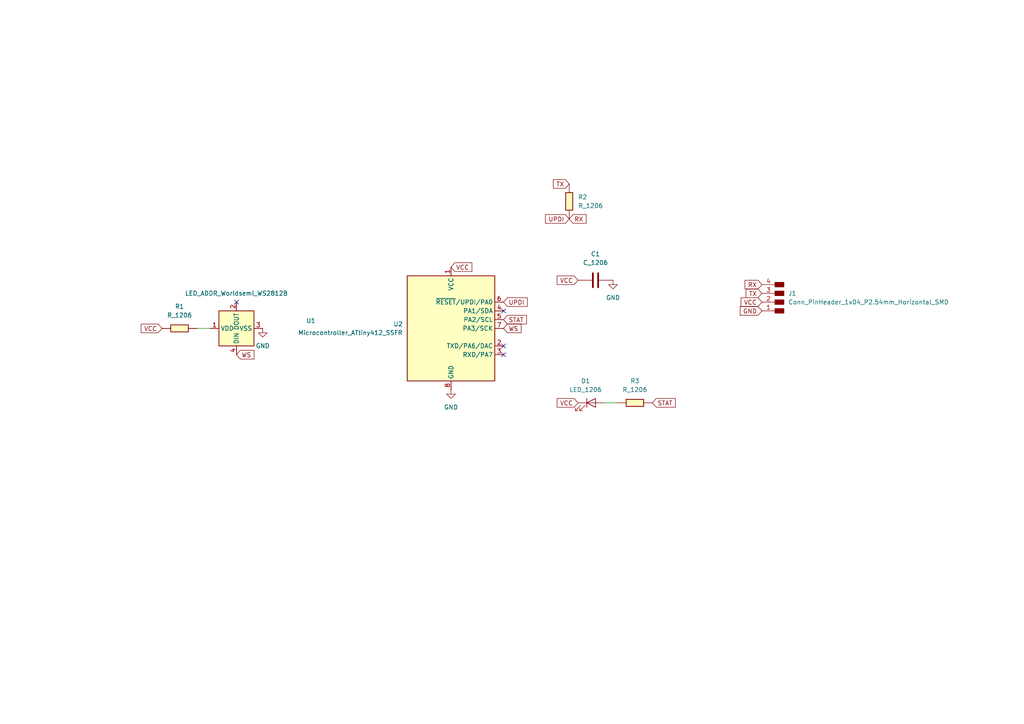
<source format=kicad_sch>
(kicad_sch (version 20231120) (generator "eeschema") (generator_version "8.0")
  (paper "A4")
  (lib_symbols
    (symbol "fab:C_1206" (pin_numbers hide)
      (property "Reference" "C" (at 0.635 2.54 0))
      (property "Value" "C_1206" (at 0.635 -2.54 0))
      (symbol "C_1206_0_1"
        (polyline (pts (xy -2.032 -0.762) (xy 2.032 -0.762)) (stroke (width 0.508)))
        (polyline (pts (xy -2.032 0.762) (xy 2.032 0.762)) (stroke (width 0.508)))
        (polyline (pts (xy 0 -0.635) (xy 0 -2.54)))
        (polyline (pts (xy 0 0.635) (xy 0 2.54)))
      )
      (symbol "C_1206_1_1"
        (pin passive line (at 0 5.08 270) (length 2.54) (name "~") (number "1"))
        (pin passive line (at 0 -5.08 90) (length 2.54) (name "~") (number "2"))
      )
    )
    (symbol "fab:Conn_PinHeader_1x04_P2.54mm_Horizontal_SMD" (pin_names hide)
      (property "Reference" "J" (at 0 5.08 0))
      (property "Value" "Conn_PinHeader_1x04_P2.54mm_Horizontal_SMD" (at 0 -7.62 0))
      (symbol "Conn_PinHeader_1x04_P2.54mm_Horizontal_SMD_1_1"
        (rectangle (start -1.27 -4.445) (end 1.27 -5.715) (stroke (width 0.254)) (fill (type outline)))
        (rectangle (start -1.27 -1.905) (end 1.27 -3.175) (stroke (width 0.254)) (fill (type outline)))
        (rectangle (start -1.27 0.635) (end 1.27 -0.635) (stroke (width 0.254)) (fill (type outline)))
        (rectangle (start -1.27 3.175) (end 1.27 1.905) (stroke (width 0.254)) (fill (type outline)))
        (pin passive line (at 5.08 2.54 180) (length 3.81) (name "Pin_1") (number "1"))
        (pin passive line (at 5.08 0 180) (length 3.81) (name "Pin_2") (number "2"))
        (pin passive line (at 5.08 -2.54 180) (length 3.81) (name "Pin_3") (number "3"))
        (pin passive line (at 5.08 -5.08 180) (length 3.81) (name "Pin_4") (number "4"))
      )
    )
    (symbol "fab:LED_1206" (pin_numbers hide) (pin_names (offset 1.016) hide)
      (property "Reference" "D" (at 0 2.54 0))
      (property "Value" "LED_1206" (at 0 -2.54 0))
      (symbol "LED_1206_0_1"
        (polyline (pts (xy -1.27 -1.27) (xy -1.27 1.27)) (stroke (width 0.2032)))
        (polyline (pts (xy -1.27 0) (xy 1.27 0)))
        (polyline (pts (xy 1.27 -1.27) (xy 1.27 1.27) (xy -1.27 0) (xy 1.27 -1.27)) (stroke (width 0.2032)))
        (polyline (pts (xy -3.048 -0.762) (xy -4.572 -2.286) (xy -3.81 -2.286) (xy -4.572 -2.286) (xy -4.572 -1.524)))
        (polyline (pts (xy -1.778 -0.762) (xy -3.302 -2.286) (xy -2.54 -2.286) (xy -3.302 -2.286) (xy -3.302 -1.524)))
      )
      (symbol "LED_1206_1_1"
        (pin passive line (at -3.81 0 0) (length 2.54) (name "K") (number "1"))
        (pin passive line (at 3.81 0 180) (length 2.54) (name "A") (number "2"))
      )
    )
    (symbol "fab:LED_ADDR_Worldsemi_WS2812B"
      (property "Reference" "U" (at -5.08 5.715 0))
      (property "Value" "LED_ADDR_Worldsemi_WS2812B" (at 0.635 5.715 0))
      (symbol "LED_ADDR_Worldsemi_WS2812B_0_1"
        (rectangle (start -5.08 5.08) (end 5.08 -5.08) (stroke (width 0.254)) (fill (type background)))
      )
      (symbol "LED_ADDR_Worldsemi_WS2812B_1_1"
        (pin power_in line (at 0 7.62 270) (length 2.54) (name "VDD") (number "1"))
        (pin output line (at 7.62 0 180) (length 2.54) (name "DOUT") (number "2"))
        (pin power_in line (at 0 -7.62 90) (length 2.54) (name "VSS") (number "3"))
        (pin input line (at -7.62 0 0) (length 2.54) (name "DIN") (number "4"))
      )
    )
    (symbol "fab:Microcontroller_ATtiny412_SSFR"
      (property "Reference" "U" (at -12.7 17.78 0))
      (property "Value" "Microcontroller_ATtiny412_SSFR" (at 2.54 17.78 0))
      (symbol "Microcontroller_ATtiny412_SSFR_0_1"
        (rectangle (start -12.7 -15.24) (end 12.7 15.24) (stroke (width 0.254)) (fill (type background)))
      )
      (symbol "Microcontroller_ATtiny412_SSFR_1_1"
        (pin power_in line (at 0 17.78 270) (length 2.54) (name "VCC") (number "1"))
        (pin bidirectional line (at 15.24 -5.08 180) (length 2.54) (name "TXD/PA6/DAC") (number "2"))
        (pin bidirectional line (at 15.24 -7.62 180) (length 2.54) (name "RXD/PA7") (number "3"))
        (pin bidirectional line (at 15.24 5.08 180) (length 2.54) (name "PA1/SDA") (number "4"))
        (pin bidirectional line (at 15.24 2.54 180) (length 2.54) (name "PA2/SCL") (number "5"))
        (pin bidirectional line (at 15.24 7.62 180) (length 2.54) (name "~{RESET}/UPDI/PA0") (number "6"))
        (pin bidirectional line (at 15.24 0 180) (length 2.54) (name "PA3/SCK") (number "7"))
        (pin power_in line (at 0 -17.78 90) (length 2.54) (name "GND") (number "8"))
      )
    )
    (symbol "fab:R_1206" (pin_numbers hide) (pin_names (offset 0))
      (property "Reference" "R" (at 2.54 0 90))
      (property "Value" "R_1206" (at -2.54 0 90))
      (symbol "R_1206_0_1"
        (rectangle (start -1.016 -2.54) (end 1.016 2.54) (stroke (width 0.254)) (fill (type background)))
      )
      (symbol "R_1206_1_1"
        (pin passive line (at 0 5.08 270) (length 2.54) (name "~") (number "1"))
        (pin passive line (at 0 -5.08 90) (length 2.54) (name "~") (number "2"))
      )
    )
    (symbol "power:GND" (power) (pin_numbers hide) (pin_names (offset 0) hide)
      (property "Value" "GND" (at 0 -3.81 0))
      (symbol "GND_0_1"
        (polyline (pts (xy 0 0) (xy 0 -1.27) (xy 1.27 -1.27) (xy 0 -2.54) (xy -1.27 -1.27) (xy 0 -1.27)))
      )
      (symbol "GND_1_1"
        (pin power_in line (at 0 0 270) (length 0) (name "~") (number "1"))
      )
    )
  )
  (no_connect (at 146.05 90.17))
  (no_connect (at 68.58 87.63))
  (no_connect (at 146.05 102.87))
  (no_connect (at 146.05 100.33))
  (wire (pts (xy 57.15 95.25) (xy 60.96 95.25)))
  (wire (pts (xy 175.26 116.84) (xy 179.07 116.84)))
  (global_label "TX" (shape input) (at 220.98 85.09 180) (property "Intersheetrefs" "${INTERSHEET_REFS}" (effects (hide yes))))
  (global_label "VCC" (shape input) (at 130.81 77.47 0) (property "Intersheetrefs" "${INTERSHEET_REFS}" (effects (hide yes))))
  (global_label "UPDI" (shape input) (at 165.1 63.5 180) (property "Intersheetrefs" "${INTERSHEET_REFS}" (effects (hide yes))))
  (global_label "WS" (shape input) (at 68.58 102.87 0) (property "Intersheetrefs" "${INTERSHEET_REFS}" (effects (hide yes))))
  (global_label "STAT" (shape input) (at 189.23 116.84 0) (property "Intersheetrefs" "${INTERSHEET_REFS}" (effects (hide yes))))
  (global_label "WS" (shape input) (at 146.05 95.25 0) (property "Intersheetrefs" "${INTERSHEET_REFS}" (effects (hide yes))))
  (global_label "RX" (shape input) (at 220.98 82.55 180) (property "Intersheetrefs" "${INTERSHEET_REFS}" (effects (hide yes))))
  (global_label "RX" (shape input) (at 165.1 63.5 0) (property "Intersheetrefs" "${INTERSHEET_REFS}" (effects (hide yes))))
  (global_label "STAT" (shape input) (at 146.05 92.71 0) (property "Intersheetrefs" "${INTERSHEET_REFS}" (effects (hide yes))))
  (global_label "VCC" (shape input) (at 167.64 81.28 180) (property "Intersheetrefs" "${INTERSHEET_REFS}" (effects (hide yes))))
  (global_label "VCC" (shape input) (at 167.64 116.84 180) (property "Intersheetrefs" "${INTERSHEET_REFS}" (effects (hide yes))))
  (global_label "GND" (shape input) (at 220.98 90.17 180) (property "Intersheetrefs" "${INTERSHEET_REFS}" (effects (hide yes))))
  (global_label "VCC" (shape input) (at 220.98 87.63 180) (property "Intersheetrefs" "${INTERSHEET_REFS}" (effects (hide yes))))
  (global_label "TX" (shape input) (at 165.1 53.34 180) (property "Intersheetrefs" "${INTERSHEET_REFS}" (effects (hide yes))))
  (global_label "UPDI" (shape input) (at 146.05 87.63 0) (property "Intersheetrefs" "${INTERSHEET_REFS}" (effects (hide yes))))
  (global_label "VCC" (shape input) (at 46.99 95.25 180) (property "Intersheetrefs" "${INTERSHEET_REFS}" (effects (hide yes))))
  (symbol (lib_id "power:GND") (at 76.2 95.25 0) (unit 1)
    (property "Reference" "#PWR01" (effects (hide yes)))
    (property "Value" "GND" (at 76.2 100.33 0))
    (property "Description" "Power symbol creates a global label with name \"GND\" , ground" (effects (hide yes)))
  )
  (symbol (lib_id "fab:LED_1206") (at 171.45 116.84 0) (unit 1)
    (property "Reference" "D1" (at 169.8498 110.49 0))
    (property "Value" "LED_1206" (at 169.8498 113.03 0))
    (property "Footprint" "fab:LED_1206" (effects (hide yes)))
    (property "Datasheet" "https://optoelectronics.liteon.com/upload/download/DS-22-98-0002/LTST-C150CKT.pdf" (effects (hide yes)))
  )
  (symbol (lib_id "power:GND") (at 177.8 81.28 0) (unit 1)
    (property "Reference" "#PWR02" (effects (hide yes)))
    (property "Value" "GND" (at 177.8 86.36 0))
    (property "Description" "Power symbol creates a global label with name \"GND\" , ground" (effects (hide yes)))
  )
  (symbol (lib_id "fab:LED_ADDR_Worldsemi_WS2812B") (at 68.58 95.25 90) (unit 1)
    (property "Reference" "U1" (at 90.17 93.0341 90))
    (property "Value" "LED_ADDR_Worldsemi_WS2812B" (at 68.58 85.09 90))
    (property "Footprint" "fab:LED_ADDR_Worldsemi_WS2812B" (effects (hide yes)))
    (property "Datasheet" "http://cdn.sparkfun.com/datasheets/BreakoutBoards/WS2812B.pdf" (effects (hide yes)))
  )
  (symbol (lib_id "fab:C_1206") (at 172.72 81.28 90) (unit 1)
    (property "Reference" "C1" (at 172.72 73.66 90))
    (property "Value" "C_1206" (at 172.72 76.2 90))
    (property "Footprint" "fab:C_1206" (effects (hide yes)))
    (property "Datasheet" "https://www.yageo.com/upload/media/product/productsearch/datasheet/mlcc/UPY-GP_NP0_16V-to-50V_18.pdf" (effects (hide yes)))
  )
  (symbol (lib_id "fab:R_1206") (at 165.1 58.42 0) (unit 1)
    (property "Reference" "R2" (at 167.64 57.15 0) (effects (justify left)))
    (property "Value" "R_1206" (at 167.64 59.69 0) (effects (justify left)))
    (property "Footprint" "fab:R_1206" (effects (hide yes)))
  )
  (symbol (lib_id "fab:Microcontroller_ATtiny412_SSFR") (at 130.81 95.25 0) (unit 1)
    (property "Reference" "U2" (at 116.84 93.98 0) (effects (justify right)))
    (property "Value" "Microcontroller_ATtiny412_SSFR" (at 116.84 96.52 0) (effects (justify right)))
    (property "Footprint" "fab:SOIC-8_3.9x4.9mm_P1.27mm" (effects (hide yes)))
    (property "Datasheet" "http://ww1.microchip.com/downloads/en/DeviceDoc/40001911A.pdf" (effects (hide yes)))
  )
  (symbol (lib_id "fab:R_1206") (at 52.07 95.25 90) (unit 1)
    (property "Reference" "R1" (at 52.07 88.9 90))
    (property "Value" "R_1206" (at 52.07 91.44 90))
    (property "Footprint" "fab:R_1206" (effects (hide yes)))
  )
  (symbol (lib_id "fab:R_1206") (at 184.15 116.84 90) (unit 1)
    (property "Reference" "R3" (at 184.15 110.49 90))
    (property "Value" "R_1206" (at 184.15 113.03 90))
    (property "Footprint" "fab:R_1206" (effects (hide yes)))
  )
  (symbol (lib_id "fab:Conn_PinHeader_1x04_P2.54mm_Horizontal_SMD") (at 226.06 87.63 180) (unit 1)
    (property "Reference" "J1" (at 228.6 85.09 0) (effects (justify right)))
    (property "Value" "Conn_PinHeader_1x04_P2.54mm_Horizontal_SMD" (at 228.6 87.63 0) (effects (justify right)))
    (property "Footprint" "fab:PinHeader_01x04_P2.54mm_Horizontal_SMD" (effects (hide yes)))
  )
  (symbol (lib_id "power:GND") (at 130.81 113.03 0) (unit 1)
    (property "Reference" "#PWR03" (effects (hide yes)))
    (property "Value" "GND" (at 130.81 118.11 0))
    (property "Description" "Power symbol creates a global label with name \"GND\" , ground" (effects (hide yes)))
  )
)
</source>
